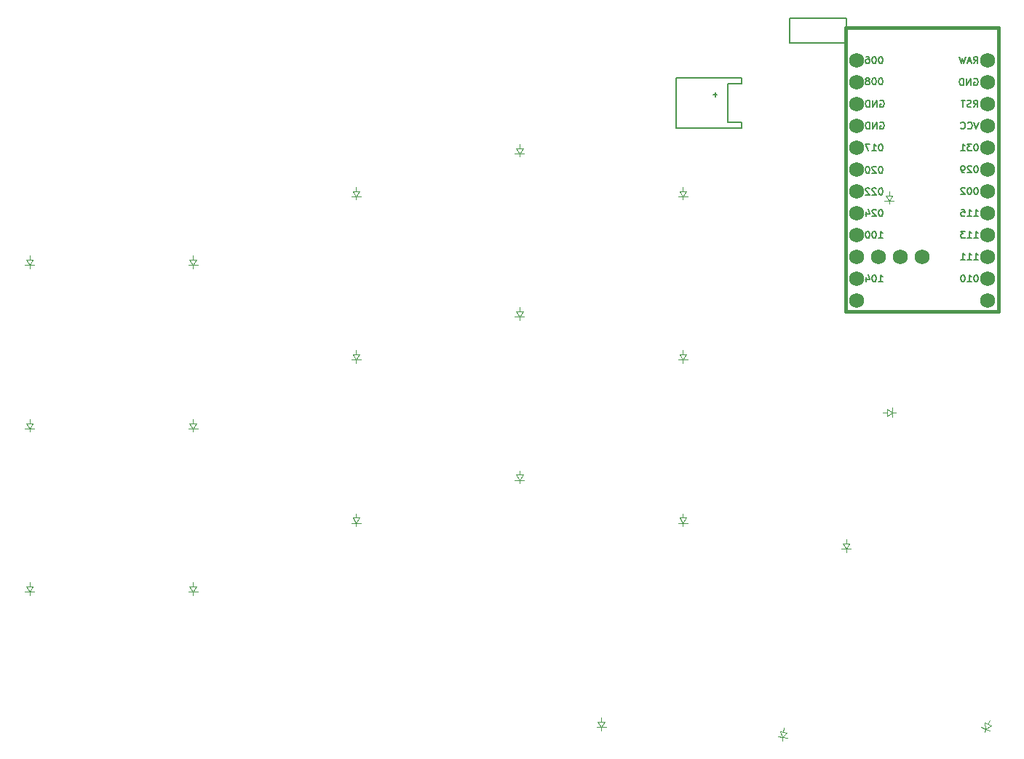
<source format=gbr>
%TF.GenerationSoftware,KiCad,Pcbnew,8.0.6*%
%TF.CreationDate,2024-12-24T11:18:05+01:00*%
%TF.ProjectId,left,6c656674-2e6b-4696-9361-645f70636258,v1.0.0*%
%TF.SameCoordinates,Original*%
%TF.FileFunction,Legend,Bot*%
%TF.FilePolarity,Positive*%
%FSLAX46Y46*%
G04 Gerber Fmt 4.6, Leading zero omitted, Abs format (unit mm)*
G04 Created by KiCad (PCBNEW 8.0.6) date 2024-12-24 11:18:05*
%MOMM*%
%LPD*%
G01*
G04 APERTURE LIST*
%ADD10C,0.150000*%
%ADD11C,0.100000*%
%ADD12C,0.381000*%
%ADD13C,1.752600*%
G04 APERTURE END LIST*
D10*
X140562809Y-102592295D02*
X140486619Y-102592295D01*
X140486619Y-102592295D02*
X140410428Y-102630390D01*
X140410428Y-102630390D02*
X140372333Y-102668485D01*
X140372333Y-102668485D02*
X140334238Y-102744676D01*
X140334238Y-102744676D02*
X140296143Y-102897057D01*
X140296143Y-102897057D02*
X140296143Y-103087533D01*
X140296143Y-103087533D02*
X140334238Y-103239914D01*
X140334238Y-103239914D02*
X140372333Y-103316104D01*
X140372333Y-103316104D02*
X140410428Y-103354200D01*
X140410428Y-103354200D02*
X140486619Y-103392295D01*
X140486619Y-103392295D02*
X140562809Y-103392295D01*
X140562809Y-103392295D02*
X140639000Y-103354200D01*
X140639000Y-103354200D02*
X140677095Y-103316104D01*
X140677095Y-103316104D02*
X140715190Y-103239914D01*
X140715190Y-103239914D02*
X140753286Y-103087533D01*
X140753286Y-103087533D02*
X140753286Y-102897057D01*
X140753286Y-102897057D02*
X140715190Y-102744676D01*
X140715190Y-102744676D02*
X140677095Y-102668485D01*
X140677095Y-102668485D02*
X140639000Y-102630390D01*
X140639000Y-102630390D02*
X140562809Y-102592295D01*
X139800904Y-102592295D02*
X139724714Y-102592295D01*
X139724714Y-102592295D02*
X139648523Y-102630390D01*
X139648523Y-102630390D02*
X139610428Y-102668485D01*
X139610428Y-102668485D02*
X139572333Y-102744676D01*
X139572333Y-102744676D02*
X139534238Y-102897057D01*
X139534238Y-102897057D02*
X139534238Y-103087533D01*
X139534238Y-103087533D02*
X139572333Y-103239914D01*
X139572333Y-103239914D02*
X139610428Y-103316104D01*
X139610428Y-103316104D02*
X139648523Y-103354200D01*
X139648523Y-103354200D02*
X139724714Y-103392295D01*
X139724714Y-103392295D02*
X139800904Y-103392295D01*
X139800904Y-103392295D02*
X139877095Y-103354200D01*
X139877095Y-103354200D02*
X139915190Y-103316104D01*
X139915190Y-103316104D02*
X139953285Y-103239914D01*
X139953285Y-103239914D02*
X139991381Y-103087533D01*
X139991381Y-103087533D02*
X139991381Y-102897057D01*
X139991381Y-102897057D02*
X139953285Y-102744676D01*
X139953285Y-102744676D02*
X139915190Y-102668485D01*
X139915190Y-102668485D02*
X139877095Y-102630390D01*
X139877095Y-102630390D02*
X139800904Y-102592295D01*
X138848523Y-102592295D02*
X139000904Y-102592295D01*
X139000904Y-102592295D02*
X139077095Y-102630390D01*
X139077095Y-102630390D02*
X139115190Y-102668485D01*
X139115190Y-102668485D02*
X139191380Y-102782771D01*
X139191380Y-102782771D02*
X139229476Y-102935152D01*
X139229476Y-102935152D02*
X139229476Y-103239914D01*
X139229476Y-103239914D02*
X139191380Y-103316104D01*
X139191380Y-103316104D02*
X139153285Y-103354200D01*
X139153285Y-103354200D02*
X139077095Y-103392295D01*
X139077095Y-103392295D02*
X138924714Y-103392295D01*
X138924714Y-103392295D02*
X138848523Y-103354200D01*
X138848523Y-103354200D02*
X138810428Y-103316104D01*
X138810428Y-103316104D02*
X138772333Y-103239914D01*
X138772333Y-103239914D02*
X138772333Y-103049438D01*
X138772333Y-103049438D02*
X138810428Y-102973247D01*
X138810428Y-102973247D02*
X138848523Y-102935152D01*
X138848523Y-102935152D02*
X138924714Y-102897057D01*
X138924714Y-102897057D02*
X139077095Y-102897057D01*
X139077095Y-102897057D02*
X139153285Y-102935152D01*
X139153285Y-102935152D02*
X139191380Y-102973247D01*
X139191380Y-102973247D02*
X139229476Y-103049438D01*
X151370524Y-123712295D02*
X151827667Y-123712295D01*
X151599095Y-123712295D02*
X151599095Y-122912295D01*
X151599095Y-122912295D02*
X151675286Y-123026580D01*
X151675286Y-123026580D02*
X151751476Y-123102771D01*
X151751476Y-123102771D02*
X151827667Y-123140866D01*
X150608619Y-123712295D02*
X151065762Y-123712295D01*
X150837190Y-123712295D02*
X150837190Y-122912295D01*
X150837190Y-122912295D02*
X150913381Y-123026580D01*
X150913381Y-123026580D02*
X150989571Y-123102771D01*
X150989571Y-123102771D02*
X151065762Y-123140866D01*
X150341952Y-122912295D02*
X149846714Y-122912295D01*
X149846714Y-122912295D02*
X150113380Y-123217057D01*
X150113380Y-123217057D02*
X149999095Y-123217057D01*
X149999095Y-123217057D02*
X149922904Y-123255152D01*
X149922904Y-123255152D02*
X149884809Y-123293247D01*
X149884809Y-123293247D02*
X149846714Y-123369438D01*
X149846714Y-123369438D02*
X149846714Y-123559914D01*
X149846714Y-123559914D02*
X149884809Y-123636104D01*
X149884809Y-123636104D02*
X149922904Y-123674200D01*
X149922904Y-123674200D02*
X149999095Y-123712295D01*
X149999095Y-123712295D02*
X150227666Y-123712295D01*
X150227666Y-123712295D02*
X150303857Y-123674200D01*
X150303857Y-123674200D02*
X150341952Y-123636104D01*
X151903857Y-110212295D02*
X151637190Y-111012295D01*
X151637190Y-111012295D02*
X151370524Y-110212295D01*
X150646714Y-110936104D02*
X150684810Y-110974200D01*
X150684810Y-110974200D02*
X150799095Y-111012295D01*
X150799095Y-111012295D02*
X150875286Y-111012295D01*
X150875286Y-111012295D02*
X150989572Y-110974200D01*
X150989572Y-110974200D02*
X151065762Y-110898009D01*
X151065762Y-110898009D02*
X151103857Y-110821819D01*
X151103857Y-110821819D02*
X151141953Y-110669438D01*
X151141953Y-110669438D02*
X151141953Y-110555152D01*
X151141953Y-110555152D02*
X151103857Y-110402771D01*
X151103857Y-110402771D02*
X151065762Y-110326580D01*
X151065762Y-110326580D02*
X150989572Y-110250390D01*
X150989572Y-110250390D02*
X150875286Y-110212295D01*
X150875286Y-110212295D02*
X150799095Y-110212295D01*
X150799095Y-110212295D02*
X150684810Y-110250390D01*
X150684810Y-110250390D02*
X150646714Y-110288485D01*
X149846714Y-110936104D02*
X149884810Y-110974200D01*
X149884810Y-110974200D02*
X149999095Y-111012295D01*
X149999095Y-111012295D02*
X150075286Y-111012295D01*
X150075286Y-111012295D02*
X150189572Y-110974200D01*
X150189572Y-110974200D02*
X150265762Y-110898009D01*
X150265762Y-110898009D02*
X150303857Y-110821819D01*
X150303857Y-110821819D02*
X150341953Y-110669438D01*
X150341953Y-110669438D02*
X150341953Y-110555152D01*
X150341953Y-110555152D02*
X150303857Y-110402771D01*
X150303857Y-110402771D02*
X150265762Y-110326580D01*
X150265762Y-110326580D02*
X150189572Y-110250390D01*
X150189572Y-110250390D02*
X150075286Y-110212295D01*
X150075286Y-110212295D02*
X149999095Y-110212295D01*
X149999095Y-110212295D02*
X149884810Y-110250390D01*
X149884810Y-110250390D02*
X149846714Y-110288485D01*
X151370524Y-121172295D02*
X151827667Y-121172295D01*
X151599095Y-121172295D02*
X151599095Y-120372295D01*
X151599095Y-120372295D02*
X151675286Y-120486580D01*
X151675286Y-120486580D02*
X151751476Y-120562771D01*
X151751476Y-120562771D02*
X151827667Y-120600866D01*
X150608619Y-121172295D02*
X151065762Y-121172295D01*
X150837190Y-121172295D02*
X150837190Y-120372295D01*
X150837190Y-120372295D02*
X150913381Y-120486580D01*
X150913381Y-120486580D02*
X150989571Y-120562771D01*
X150989571Y-120562771D02*
X151065762Y-120600866D01*
X149884809Y-120372295D02*
X150265761Y-120372295D01*
X150265761Y-120372295D02*
X150303857Y-120753247D01*
X150303857Y-120753247D02*
X150265761Y-120715152D01*
X150265761Y-120715152D02*
X150189571Y-120677057D01*
X150189571Y-120677057D02*
X149999095Y-120677057D01*
X149999095Y-120677057D02*
X149922904Y-120715152D01*
X149922904Y-120715152D02*
X149884809Y-120753247D01*
X149884809Y-120753247D02*
X149846714Y-120829438D01*
X149846714Y-120829438D02*
X149846714Y-121019914D01*
X149846714Y-121019914D02*
X149884809Y-121096104D01*
X149884809Y-121096104D02*
X149922904Y-121134200D01*
X149922904Y-121134200D02*
X149999095Y-121172295D01*
X149999095Y-121172295D02*
X150189571Y-121172295D01*
X150189571Y-121172295D02*
X150265761Y-121134200D01*
X150265761Y-121134200D02*
X150303857Y-121096104D01*
X140562809Y-120372295D02*
X140486619Y-120372295D01*
X140486619Y-120372295D02*
X140410428Y-120410390D01*
X140410428Y-120410390D02*
X140372333Y-120448485D01*
X140372333Y-120448485D02*
X140334238Y-120524676D01*
X140334238Y-120524676D02*
X140296143Y-120677057D01*
X140296143Y-120677057D02*
X140296143Y-120867533D01*
X140296143Y-120867533D02*
X140334238Y-121019914D01*
X140334238Y-121019914D02*
X140372333Y-121096104D01*
X140372333Y-121096104D02*
X140410428Y-121134200D01*
X140410428Y-121134200D02*
X140486619Y-121172295D01*
X140486619Y-121172295D02*
X140562809Y-121172295D01*
X140562809Y-121172295D02*
X140639000Y-121134200D01*
X140639000Y-121134200D02*
X140677095Y-121096104D01*
X140677095Y-121096104D02*
X140715190Y-121019914D01*
X140715190Y-121019914D02*
X140753286Y-120867533D01*
X140753286Y-120867533D02*
X140753286Y-120677057D01*
X140753286Y-120677057D02*
X140715190Y-120524676D01*
X140715190Y-120524676D02*
X140677095Y-120448485D01*
X140677095Y-120448485D02*
X140639000Y-120410390D01*
X140639000Y-120410390D02*
X140562809Y-120372295D01*
X139991381Y-120448485D02*
X139953285Y-120410390D01*
X139953285Y-120410390D02*
X139877095Y-120372295D01*
X139877095Y-120372295D02*
X139686619Y-120372295D01*
X139686619Y-120372295D02*
X139610428Y-120410390D01*
X139610428Y-120410390D02*
X139572333Y-120448485D01*
X139572333Y-120448485D02*
X139534238Y-120524676D01*
X139534238Y-120524676D02*
X139534238Y-120600866D01*
X139534238Y-120600866D02*
X139572333Y-120715152D01*
X139572333Y-120715152D02*
X140029476Y-121172295D01*
X140029476Y-121172295D02*
X139534238Y-121172295D01*
X138848523Y-120638961D02*
X138848523Y-121172295D01*
X139038999Y-120334200D02*
X139229476Y-120905628D01*
X139229476Y-120905628D02*
X138734237Y-120905628D01*
X140562809Y-117862295D02*
X140486619Y-117862295D01*
X140486619Y-117862295D02*
X140410428Y-117900390D01*
X140410428Y-117900390D02*
X140372333Y-117938485D01*
X140372333Y-117938485D02*
X140334238Y-118014676D01*
X140334238Y-118014676D02*
X140296143Y-118167057D01*
X140296143Y-118167057D02*
X140296143Y-118357533D01*
X140296143Y-118357533D02*
X140334238Y-118509914D01*
X140334238Y-118509914D02*
X140372333Y-118586104D01*
X140372333Y-118586104D02*
X140410428Y-118624200D01*
X140410428Y-118624200D02*
X140486619Y-118662295D01*
X140486619Y-118662295D02*
X140562809Y-118662295D01*
X140562809Y-118662295D02*
X140639000Y-118624200D01*
X140639000Y-118624200D02*
X140677095Y-118586104D01*
X140677095Y-118586104D02*
X140715190Y-118509914D01*
X140715190Y-118509914D02*
X140753286Y-118357533D01*
X140753286Y-118357533D02*
X140753286Y-118167057D01*
X140753286Y-118167057D02*
X140715190Y-118014676D01*
X140715190Y-118014676D02*
X140677095Y-117938485D01*
X140677095Y-117938485D02*
X140639000Y-117900390D01*
X140639000Y-117900390D02*
X140562809Y-117862295D01*
X139991381Y-117938485D02*
X139953285Y-117900390D01*
X139953285Y-117900390D02*
X139877095Y-117862295D01*
X139877095Y-117862295D02*
X139686619Y-117862295D01*
X139686619Y-117862295D02*
X139610428Y-117900390D01*
X139610428Y-117900390D02*
X139572333Y-117938485D01*
X139572333Y-117938485D02*
X139534238Y-118014676D01*
X139534238Y-118014676D02*
X139534238Y-118090866D01*
X139534238Y-118090866D02*
X139572333Y-118205152D01*
X139572333Y-118205152D02*
X140029476Y-118662295D01*
X140029476Y-118662295D02*
X139534238Y-118662295D01*
X139229476Y-117938485D02*
X139191380Y-117900390D01*
X139191380Y-117900390D02*
X139115190Y-117862295D01*
X139115190Y-117862295D02*
X138924714Y-117862295D01*
X138924714Y-117862295D02*
X138848523Y-117900390D01*
X138848523Y-117900390D02*
X138810428Y-117938485D01*
X138810428Y-117938485D02*
X138772333Y-118014676D01*
X138772333Y-118014676D02*
X138772333Y-118090866D01*
X138772333Y-118090866D02*
X138810428Y-118205152D01*
X138810428Y-118205152D02*
X139267571Y-118662295D01*
X139267571Y-118662295D02*
X138772333Y-118662295D01*
X140562809Y-115362295D02*
X140486619Y-115362295D01*
X140486619Y-115362295D02*
X140410428Y-115400390D01*
X140410428Y-115400390D02*
X140372333Y-115438485D01*
X140372333Y-115438485D02*
X140334238Y-115514676D01*
X140334238Y-115514676D02*
X140296143Y-115667057D01*
X140296143Y-115667057D02*
X140296143Y-115857533D01*
X140296143Y-115857533D02*
X140334238Y-116009914D01*
X140334238Y-116009914D02*
X140372333Y-116086104D01*
X140372333Y-116086104D02*
X140410428Y-116124200D01*
X140410428Y-116124200D02*
X140486619Y-116162295D01*
X140486619Y-116162295D02*
X140562809Y-116162295D01*
X140562809Y-116162295D02*
X140639000Y-116124200D01*
X140639000Y-116124200D02*
X140677095Y-116086104D01*
X140677095Y-116086104D02*
X140715190Y-116009914D01*
X140715190Y-116009914D02*
X140753286Y-115857533D01*
X140753286Y-115857533D02*
X140753286Y-115667057D01*
X140753286Y-115667057D02*
X140715190Y-115514676D01*
X140715190Y-115514676D02*
X140677095Y-115438485D01*
X140677095Y-115438485D02*
X140639000Y-115400390D01*
X140639000Y-115400390D02*
X140562809Y-115362295D01*
X139991381Y-115438485D02*
X139953285Y-115400390D01*
X139953285Y-115400390D02*
X139877095Y-115362295D01*
X139877095Y-115362295D02*
X139686619Y-115362295D01*
X139686619Y-115362295D02*
X139610428Y-115400390D01*
X139610428Y-115400390D02*
X139572333Y-115438485D01*
X139572333Y-115438485D02*
X139534238Y-115514676D01*
X139534238Y-115514676D02*
X139534238Y-115590866D01*
X139534238Y-115590866D02*
X139572333Y-115705152D01*
X139572333Y-115705152D02*
X140029476Y-116162295D01*
X140029476Y-116162295D02*
X139534238Y-116162295D01*
X139038999Y-115362295D02*
X138962809Y-115362295D01*
X138962809Y-115362295D02*
X138886618Y-115400390D01*
X138886618Y-115400390D02*
X138848523Y-115438485D01*
X138848523Y-115438485D02*
X138810428Y-115514676D01*
X138810428Y-115514676D02*
X138772333Y-115667057D01*
X138772333Y-115667057D02*
X138772333Y-115857533D01*
X138772333Y-115857533D02*
X138810428Y-116009914D01*
X138810428Y-116009914D02*
X138848523Y-116086104D01*
X138848523Y-116086104D02*
X138886618Y-116124200D01*
X138886618Y-116124200D02*
X138962809Y-116162295D01*
X138962809Y-116162295D02*
X139038999Y-116162295D01*
X139038999Y-116162295D02*
X139115190Y-116124200D01*
X139115190Y-116124200D02*
X139153285Y-116086104D01*
X139153285Y-116086104D02*
X139191380Y-116009914D01*
X139191380Y-116009914D02*
X139229476Y-115857533D01*
X139229476Y-115857533D02*
X139229476Y-115667057D01*
X139229476Y-115667057D02*
X139191380Y-115514676D01*
X139191380Y-115514676D02*
X139153285Y-115438485D01*
X139153285Y-115438485D02*
X139115190Y-115400390D01*
X139115190Y-115400390D02*
X139038999Y-115362295D01*
X151364190Y-105170390D02*
X151440380Y-105132295D01*
X151440380Y-105132295D02*
X151554666Y-105132295D01*
X151554666Y-105132295D02*
X151668952Y-105170390D01*
X151668952Y-105170390D02*
X151745142Y-105246580D01*
X151745142Y-105246580D02*
X151783237Y-105322771D01*
X151783237Y-105322771D02*
X151821333Y-105475152D01*
X151821333Y-105475152D02*
X151821333Y-105589438D01*
X151821333Y-105589438D02*
X151783237Y-105741819D01*
X151783237Y-105741819D02*
X151745142Y-105818009D01*
X151745142Y-105818009D02*
X151668952Y-105894200D01*
X151668952Y-105894200D02*
X151554666Y-105932295D01*
X151554666Y-105932295D02*
X151478475Y-105932295D01*
X151478475Y-105932295D02*
X151364190Y-105894200D01*
X151364190Y-105894200D02*
X151326094Y-105856104D01*
X151326094Y-105856104D02*
X151326094Y-105589438D01*
X151326094Y-105589438D02*
X151478475Y-105589438D01*
X150983237Y-105932295D02*
X150983237Y-105132295D01*
X150983237Y-105132295D02*
X150526094Y-105932295D01*
X150526094Y-105932295D02*
X150526094Y-105132295D01*
X150145142Y-105932295D02*
X150145142Y-105132295D01*
X150145142Y-105132295D02*
X149954666Y-105132295D01*
X149954666Y-105132295D02*
X149840380Y-105170390D01*
X149840380Y-105170390D02*
X149764190Y-105246580D01*
X149764190Y-105246580D02*
X149726095Y-105322771D01*
X149726095Y-105322771D02*
X149687999Y-105475152D01*
X149687999Y-105475152D02*
X149687999Y-105589438D01*
X149687999Y-105589438D02*
X149726095Y-105741819D01*
X149726095Y-105741819D02*
X149764190Y-105818009D01*
X149764190Y-105818009D02*
X149840380Y-105894200D01*
X149840380Y-105894200D02*
X149954666Y-105932295D01*
X149954666Y-105932295D02*
X150145142Y-105932295D01*
X140562809Y-105062295D02*
X140486619Y-105062295D01*
X140486619Y-105062295D02*
X140410428Y-105100390D01*
X140410428Y-105100390D02*
X140372333Y-105138485D01*
X140372333Y-105138485D02*
X140334238Y-105214676D01*
X140334238Y-105214676D02*
X140296143Y-105367057D01*
X140296143Y-105367057D02*
X140296143Y-105557533D01*
X140296143Y-105557533D02*
X140334238Y-105709914D01*
X140334238Y-105709914D02*
X140372333Y-105786104D01*
X140372333Y-105786104D02*
X140410428Y-105824200D01*
X140410428Y-105824200D02*
X140486619Y-105862295D01*
X140486619Y-105862295D02*
X140562809Y-105862295D01*
X140562809Y-105862295D02*
X140639000Y-105824200D01*
X140639000Y-105824200D02*
X140677095Y-105786104D01*
X140677095Y-105786104D02*
X140715190Y-105709914D01*
X140715190Y-105709914D02*
X140753286Y-105557533D01*
X140753286Y-105557533D02*
X140753286Y-105367057D01*
X140753286Y-105367057D02*
X140715190Y-105214676D01*
X140715190Y-105214676D02*
X140677095Y-105138485D01*
X140677095Y-105138485D02*
X140639000Y-105100390D01*
X140639000Y-105100390D02*
X140562809Y-105062295D01*
X139800904Y-105062295D02*
X139724714Y-105062295D01*
X139724714Y-105062295D02*
X139648523Y-105100390D01*
X139648523Y-105100390D02*
X139610428Y-105138485D01*
X139610428Y-105138485D02*
X139572333Y-105214676D01*
X139572333Y-105214676D02*
X139534238Y-105367057D01*
X139534238Y-105367057D02*
X139534238Y-105557533D01*
X139534238Y-105557533D02*
X139572333Y-105709914D01*
X139572333Y-105709914D02*
X139610428Y-105786104D01*
X139610428Y-105786104D02*
X139648523Y-105824200D01*
X139648523Y-105824200D02*
X139724714Y-105862295D01*
X139724714Y-105862295D02*
X139800904Y-105862295D01*
X139800904Y-105862295D02*
X139877095Y-105824200D01*
X139877095Y-105824200D02*
X139915190Y-105786104D01*
X139915190Y-105786104D02*
X139953285Y-105709914D01*
X139953285Y-105709914D02*
X139991381Y-105557533D01*
X139991381Y-105557533D02*
X139991381Y-105367057D01*
X139991381Y-105367057D02*
X139953285Y-105214676D01*
X139953285Y-105214676D02*
X139915190Y-105138485D01*
X139915190Y-105138485D02*
X139877095Y-105100390D01*
X139877095Y-105100390D02*
X139800904Y-105062295D01*
X139077095Y-105405152D02*
X139153285Y-105367057D01*
X139153285Y-105367057D02*
X139191380Y-105328961D01*
X139191380Y-105328961D02*
X139229476Y-105252771D01*
X139229476Y-105252771D02*
X139229476Y-105214676D01*
X139229476Y-105214676D02*
X139191380Y-105138485D01*
X139191380Y-105138485D02*
X139153285Y-105100390D01*
X139153285Y-105100390D02*
X139077095Y-105062295D01*
X139077095Y-105062295D02*
X138924714Y-105062295D01*
X138924714Y-105062295D02*
X138848523Y-105100390D01*
X138848523Y-105100390D02*
X138810428Y-105138485D01*
X138810428Y-105138485D02*
X138772333Y-105214676D01*
X138772333Y-105214676D02*
X138772333Y-105252771D01*
X138772333Y-105252771D02*
X138810428Y-105328961D01*
X138810428Y-105328961D02*
X138848523Y-105367057D01*
X138848523Y-105367057D02*
X138924714Y-105405152D01*
X138924714Y-105405152D02*
X139077095Y-105405152D01*
X139077095Y-105405152D02*
X139153285Y-105443247D01*
X139153285Y-105443247D02*
X139191380Y-105481342D01*
X139191380Y-105481342D02*
X139229476Y-105557533D01*
X139229476Y-105557533D02*
X139229476Y-105709914D01*
X139229476Y-105709914D02*
X139191380Y-105786104D01*
X139191380Y-105786104D02*
X139153285Y-105824200D01*
X139153285Y-105824200D02*
X139077095Y-105862295D01*
X139077095Y-105862295D02*
X138924714Y-105862295D01*
X138924714Y-105862295D02*
X138848523Y-105824200D01*
X138848523Y-105824200D02*
X138810428Y-105786104D01*
X138810428Y-105786104D02*
X138772333Y-105709914D01*
X138772333Y-105709914D02*
X138772333Y-105557533D01*
X138772333Y-105557533D02*
X138810428Y-105481342D01*
X138810428Y-105481342D02*
X138848523Y-105443247D01*
X138848523Y-105443247D02*
X138924714Y-105405152D01*
X151637190Y-115292295D02*
X151561000Y-115292295D01*
X151561000Y-115292295D02*
X151484809Y-115330390D01*
X151484809Y-115330390D02*
X151446714Y-115368485D01*
X151446714Y-115368485D02*
X151408619Y-115444676D01*
X151408619Y-115444676D02*
X151370524Y-115597057D01*
X151370524Y-115597057D02*
X151370524Y-115787533D01*
X151370524Y-115787533D02*
X151408619Y-115939914D01*
X151408619Y-115939914D02*
X151446714Y-116016104D01*
X151446714Y-116016104D02*
X151484809Y-116054200D01*
X151484809Y-116054200D02*
X151561000Y-116092295D01*
X151561000Y-116092295D02*
X151637190Y-116092295D01*
X151637190Y-116092295D02*
X151713381Y-116054200D01*
X151713381Y-116054200D02*
X151751476Y-116016104D01*
X151751476Y-116016104D02*
X151789571Y-115939914D01*
X151789571Y-115939914D02*
X151827667Y-115787533D01*
X151827667Y-115787533D02*
X151827667Y-115597057D01*
X151827667Y-115597057D02*
X151789571Y-115444676D01*
X151789571Y-115444676D02*
X151751476Y-115368485D01*
X151751476Y-115368485D02*
X151713381Y-115330390D01*
X151713381Y-115330390D02*
X151637190Y-115292295D01*
X151065762Y-115368485D02*
X151027666Y-115330390D01*
X151027666Y-115330390D02*
X150951476Y-115292295D01*
X150951476Y-115292295D02*
X150761000Y-115292295D01*
X150761000Y-115292295D02*
X150684809Y-115330390D01*
X150684809Y-115330390D02*
X150646714Y-115368485D01*
X150646714Y-115368485D02*
X150608619Y-115444676D01*
X150608619Y-115444676D02*
X150608619Y-115520866D01*
X150608619Y-115520866D02*
X150646714Y-115635152D01*
X150646714Y-115635152D02*
X151103857Y-116092295D01*
X151103857Y-116092295D02*
X150608619Y-116092295D01*
X150227666Y-116092295D02*
X150075285Y-116092295D01*
X150075285Y-116092295D02*
X149999095Y-116054200D01*
X149999095Y-116054200D02*
X149960999Y-116016104D01*
X149960999Y-116016104D02*
X149884809Y-115901819D01*
X149884809Y-115901819D02*
X149846714Y-115749438D01*
X149846714Y-115749438D02*
X149846714Y-115444676D01*
X149846714Y-115444676D02*
X149884809Y-115368485D01*
X149884809Y-115368485D02*
X149922904Y-115330390D01*
X149922904Y-115330390D02*
X149999095Y-115292295D01*
X149999095Y-115292295D02*
X150151476Y-115292295D01*
X150151476Y-115292295D02*
X150227666Y-115330390D01*
X150227666Y-115330390D02*
X150265761Y-115368485D01*
X150265761Y-115368485D02*
X150303857Y-115444676D01*
X150303857Y-115444676D02*
X150303857Y-115635152D01*
X150303857Y-115635152D02*
X150265761Y-115711342D01*
X150265761Y-115711342D02*
X150227666Y-115749438D01*
X150227666Y-115749438D02*
X150151476Y-115787533D01*
X150151476Y-115787533D02*
X149999095Y-115787533D01*
X149999095Y-115787533D02*
X149922904Y-115749438D01*
X149922904Y-115749438D02*
X149884809Y-115711342D01*
X149884809Y-115711342D02*
X149846714Y-115635152D01*
X151637190Y-117832295D02*
X151561000Y-117832295D01*
X151561000Y-117832295D02*
X151484809Y-117870390D01*
X151484809Y-117870390D02*
X151446714Y-117908485D01*
X151446714Y-117908485D02*
X151408619Y-117984676D01*
X151408619Y-117984676D02*
X151370524Y-118137057D01*
X151370524Y-118137057D02*
X151370524Y-118327533D01*
X151370524Y-118327533D02*
X151408619Y-118479914D01*
X151408619Y-118479914D02*
X151446714Y-118556104D01*
X151446714Y-118556104D02*
X151484809Y-118594200D01*
X151484809Y-118594200D02*
X151561000Y-118632295D01*
X151561000Y-118632295D02*
X151637190Y-118632295D01*
X151637190Y-118632295D02*
X151713381Y-118594200D01*
X151713381Y-118594200D02*
X151751476Y-118556104D01*
X151751476Y-118556104D02*
X151789571Y-118479914D01*
X151789571Y-118479914D02*
X151827667Y-118327533D01*
X151827667Y-118327533D02*
X151827667Y-118137057D01*
X151827667Y-118137057D02*
X151789571Y-117984676D01*
X151789571Y-117984676D02*
X151751476Y-117908485D01*
X151751476Y-117908485D02*
X151713381Y-117870390D01*
X151713381Y-117870390D02*
X151637190Y-117832295D01*
X150875285Y-117832295D02*
X150799095Y-117832295D01*
X150799095Y-117832295D02*
X150722904Y-117870390D01*
X150722904Y-117870390D02*
X150684809Y-117908485D01*
X150684809Y-117908485D02*
X150646714Y-117984676D01*
X150646714Y-117984676D02*
X150608619Y-118137057D01*
X150608619Y-118137057D02*
X150608619Y-118327533D01*
X150608619Y-118327533D02*
X150646714Y-118479914D01*
X150646714Y-118479914D02*
X150684809Y-118556104D01*
X150684809Y-118556104D02*
X150722904Y-118594200D01*
X150722904Y-118594200D02*
X150799095Y-118632295D01*
X150799095Y-118632295D02*
X150875285Y-118632295D01*
X150875285Y-118632295D02*
X150951476Y-118594200D01*
X150951476Y-118594200D02*
X150989571Y-118556104D01*
X150989571Y-118556104D02*
X151027666Y-118479914D01*
X151027666Y-118479914D02*
X151065762Y-118327533D01*
X151065762Y-118327533D02*
X151065762Y-118137057D01*
X151065762Y-118137057D02*
X151027666Y-117984676D01*
X151027666Y-117984676D02*
X150989571Y-117908485D01*
X150989571Y-117908485D02*
X150951476Y-117870390D01*
X150951476Y-117870390D02*
X150875285Y-117832295D01*
X150303857Y-117908485D02*
X150265761Y-117870390D01*
X150265761Y-117870390D02*
X150189571Y-117832295D01*
X150189571Y-117832295D02*
X149999095Y-117832295D01*
X149999095Y-117832295D02*
X149922904Y-117870390D01*
X149922904Y-117870390D02*
X149884809Y-117908485D01*
X149884809Y-117908485D02*
X149846714Y-117984676D01*
X149846714Y-117984676D02*
X149846714Y-118060866D01*
X149846714Y-118060866D02*
X149884809Y-118175152D01*
X149884809Y-118175152D02*
X150341952Y-118632295D01*
X150341952Y-118632295D02*
X149846714Y-118632295D01*
X151326095Y-103392295D02*
X151592762Y-103011342D01*
X151783238Y-103392295D02*
X151783238Y-102592295D01*
X151783238Y-102592295D02*
X151478476Y-102592295D01*
X151478476Y-102592295D02*
X151402286Y-102630390D01*
X151402286Y-102630390D02*
X151364191Y-102668485D01*
X151364191Y-102668485D02*
X151326095Y-102744676D01*
X151326095Y-102744676D02*
X151326095Y-102858961D01*
X151326095Y-102858961D02*
X151364191Y-102935152D01*
X151364191Y-102935152D02*
X151402286Y-102973247D01*
X151402286Y-102973247D02*
X151478476Y-103011342D01*
X151478476Y-103011342D02*
X151783238Y-103011342D01*
X151021334Y-103163723D02*
X150640381Y-103163723D01*
X151097524Y-103392295D02*
X150830857Y-102592295D01*
X150830857Y-102592295D02*
X150564191Y-103392295D01*
X150373715Y-102592295D02*
X150183239Y-103392295D01*
X150183239Y-103392295D02*
X150030858Y-102820866D01*
X150030858Y-102820866D02*
X149878477Y-103392295D01*
X149878477Y-103392295D02*
X149688001Y-102592295D01*
X140296143Y-128792295D02*
X140753286Y-128792295D01*
X140524714Y-128792295D02*
X140524714Y-127992295D01*
X140524714Y-127992295D02*
X140600905Y-128106580D01*
X140600905Y-128106580D02*
X140677095Y-128182771D01*
X140677095Y-128182771D02*
X140753286Y-128220866D01*
X139800904Y-127992295D02*
X139724714Y-127992295D01*
X139724714Y-127992295D02*
X139648523Y-128030390D01*
X139648523Y-128030390D02*
X139610428Y-128068485D01*
X139610428Y-128068485D02*
X139572333Y-128144676D01*
X139572333Y-128144676D02*
X139534238Y-128297057D01*
X139534238Y-128297057D02*
X139534238Y-128487533D01*
X139534238Y-128487533D02*
X139572333Y-128639914D01*
X139572333Y-128639914D02*
X139610428Y-128716104D01*
X139610428Y-128716104D02*
X139648523Y-128754200D01*
X139648523Y-128754200D02*
X139724714Y-128792295D01*
X139724714Y-128792295D02*
X139800904Y-128792295D01*
X139800904Y-128792295D02*
X139877095Y-128754200D01*
X139877095Y-128754200D02*
X139915190Y-128716104D01*
X139915190Y-128716104D02*
X139953285Y-128639914D01*
X139953285Y-128639914D02*
X139991381Y-128487533D01*
X139991381Y-128487533D02*
X139991381Y-128297057D01*
X139991381Y-128297057D02*
X139953285Y-128144676D01*
X139953285Y-128144676D02*
X139915190Y-128068485D01*
X139915190Y-128068485D02*
X139877095Y-128030390D01*
X139877095Y-128030390D02*
X139800904Y-127992295D01*
X138848523Y-128258961D02*
X138848523Y-128792295D01*
X139038999Y-127954200D02*
X139229476Y-128525628D01*
X139229476Y-128525628D02*
X138734237Y-128525628D01*
X140296143Y-123712295D02*
X140753286Y-123712295D01*
X140524714Y-123712295D02*
X140524714Y-122912295D01*
X140524714Y-122912295D02*
X140600905Y-123026580D01*
X140600905Y-123026580D02*
X140677095Y-123102771D01*
X140677095Y-123102771D02*
X140753286Y-123140866D01*
X139800904Y-122912295D02*
X139724714Y-122912295D01*
X139724714Y-122912295D02*
X139648523Y-122950390D01*
X139648523Y-122950390D02*
X139610428Y-122988485D01*
X139610428Y-122988485D02*
X139572333Y-123064676D01*
X139572333Y-123064676D02*
X139534238Y-123217057D01*
X139534238Y-123217057D02*
X139534238Y-123407533D01*
X139534238Y-123407533D02*
X139572333Y-123559914D01*
X139572333Y-123559914D02*
X139610428Y-123636104D01*
X139610428Y-123636104D02*
X139648523Y-123674200D01*
X139648523Y-123674200D02*
X139724714Y-123712295D01*
X139724714Y-123712295D02*
X139800904Y-123712295D01*
X139800904Y-123712295D02*
X139877095Y-123674200D01*
X139877095Y-123674200D02*
X139915190Y-123636104D01*
X139915190Y-123636104D02*
X139953285Y-123559914D01*
X139953285Y-123559914D02*
X139991381Y-123407533D01*
X139991381Y-123407533D02*
X139991381Y-123217057D01*
X139991381Y-123217057D02*
X139953285Y-123064676D01*
X139953285Y-123064676D02*
X139915190Y-122988485D01*
X139915190Y-122988485D02*
X139877095Y-122950390D01*
X139877095Y-122950390D02*
X139800904Y-122912295D01*
X139038999Y-122912295D02*
X138962809Y-122912295D01*
X138962809Y-122912295D02*
X138886618Y-122950390D01*
X138886618Y-122950390D02*
X138848523Y-122988485D01*
X138848523Y-122988485D02*
X138810428Y-123064676D01*
X138810428Y-123064676D02*
X138772333Y-123217057D01*
X138772333Y-123217057D02*
X138772333Y-123407533D01*
X138772333Y-123407533D02*
X138810428Y-123559914D01*
X138810428Y-123559914D02*
X138848523Y-123636104D01*
X138848523Y-123636104D02*
X138886618Y-123674200D01*
X138886618Y-123674200D02*
X138962809Y-123712295D01*
X138962809Y-123712295D02*
X139038999Y-123712295D01*
X139038999Y-123712295D02*
X139115190Y-123674200D01*
X139115190Y-123674200D02*
X139153285Y-123636104D01*
X139153285Y-123636104D02*
X139191380Y-123559914D01*
X139191380Y-123559914D02*
X139229476Y-123407533D01*
X139229476Y-123407533D02*
X139229476Y-123217057D01*
X139229476Y-123217057D02*
X139191380Y-123064676D01*
X139191380Y-123064676D02*
X139153285Y-122988485D01*
X139153285Y-122988485D02*
X139115190Y-122950390D01*
X139115190Y-122950390D02*
X139038999Y-122912295D01*
X151637190Y-112752295D02*
X151561000Y-112752295D01*
X151561000Y-112752295D02*
X151484809Y-112790390D01*
X151484809Y-112790390D02*
X151446714Y-112828485D01*
X151446714Y-112828485D02*
X151408619Y-112904676D01*
X151408619Y-112904676D02*
X151370524Y-113057057D01*
X151370524Y-113057057D02*
X151370524Y-113247533D01*
X151370524Y-113247533D02*
X151408619Y-113399914D01*
X151408619Y-113399914D02*
X151446714Y-113476104D01*
X151446714Y-113476104D02*
X151484809Y-113514200D01*
X151484809Y-113514200D02*
X151561000Y-113552295D01*
X151561000Y-113552295D02*
X151637190Y-113552295D01*
X151637190Y-113552295D02*
X151713381Y-113514200D01*
X151713381Y-113514200D02*
X151751476Y-113476104D01*
X151751476Y-113476104D02*
X151789571Y-113399914D01*
X151789571Y-113399914D02*
X151827667Y-113247533D01*
X151827667Y-113247533D02*
X151827667Y-113057057D01*
X151827667Y-113057057D02*
X151789571Y-112904676D01*
X151789571Y-112904676D02*
X151751476Y-112828485D01*
X151751476Y-112828485D02*
X151713381Y-112790390D01*
X151713381Y-112790390D02*
X151637190Y-112752295D01*
X151103857Y-112752295D02*
X150608619Y-112752295D01*
X150608619Y-112752295D02*
X150875285Y-113057057D01*
X150875285Y-113057057D02*
X150761000Y-113057057D01*
X150761000Y-113057057D02*
X150684809Y-113095152D01*
X150684809Y-113095152D02*
X150646714Y-113133247D01*
X150646714Y-113133247D02*
X150608619Y-113209438D01*
X150608619Y-113209438D02*
X150608619Y-113399914D01*
X150608619Y-113399914D02*
X150646714Y-113476104D01*
X150646714Y-113476104D02*
X150684809Y-113514200D01*
X150684809Y-113514200D02*
X150761000Y-113552295D01*
X150761000Y-113552295D02*
X150989571Y-113552295D01*
X150989571Y-113552295D02*
X151065762Y-113514200D01*
X151065762Y-113514200D02*
X151103857Y-113476104D01*
X149846714Y-113552295D02*
X150303857Y-113552295D01*
X150075285Y-113552295D02*
X150075285Y-112752295D01*
X150075285Y-112752295D02*
X150151476Y-112866580D01*
X150151476Y-112866580D02*
X150227666Y-112942771D01*
X150227666Y-112942771D02*
X150303857Y-112980866D01*
X151370524Y-126252295D02*
X151827667Y-126252295D01*
X151599095Y-126252295D02*
X151599095Y-125452295D01*
X151599095Y-125452295D02*
X151675286Y-125566580D01*
X151675286Y-125566580D02*
X151751476Y-125642771D01*
X151751476Y-125642771D02*
X151827667Y-125680866D01*
X150608619Y-126252295D02*
X151065762Y-126252295D01*
X150837190Y-126252295D02*
X150837190Y-125452295D01*
X150837190Y-125452295D02*
X150913381Y-125566580D01*
X150913381Y-125566580D02*
X150989571Y-125642771D01*
X150989571Y-125642771D02*
X151065762Y-125680866D01*
X149846714Y-126252295D02*
X150303857Y-126252295D01*
X150075285Y-126252295D02*
X150075285Y-125452295D01*
X150075285Y-125452295D02*
X150151476Y-125566580D01*
X150151476Y-125566580D02*
X150227666Y-125642771D01*
X150227666Y-125642771D02*
X150303857Y-125680866D01*
X140448523Y-107710390D02*
X140524713Y-107672295D01*
X140524713Y-107672295D02*
X140638999Y-107672295D01*
X140638999Y-107672295D02*
X140753285Y-107710390D01*
X140753285Y-107710390D02*
X140829475Y-107786580D01*
X140829475Y-107786580D02*
X140867570Y-107862771D01*
X140867570Y-107862771D02*
X140905666Y-108015152D01*
X140905666Y-108015152D02*
X140905666Y-108129438D01*
X140905666Y-108129438D02*
X140867570Y-108281819D01*
X140867570Y-108281819D02*
X140829475Y-108358009D01*
X140829475Y-108358009D02*
X140753285Y-108434200D01*
X140753285Y-108434200D02*
X140638999Y-108472295D01*
X140638999Y-108472295D02*
X140562808Y-108472295D01*
X140562808Y-108472295D02*
X140448523Y-108434200D01*
X140448523Y-108434200D02*
X140410427Y-108396104D01*
X140410427Y-108396104D02*
X140410427Y-108129438D01*
X140410427Y-108129438D02*
X140562808Y-108129438D01*
X140067570Y-108472295D02*
X140067570Y-107672295D01*
X140067570Y-107672295D02*
X139610427Y-108472295D01*
X139610427Y-108472295D02*
X139610427Y-107672295D01*
X139229475Y-108472295D02*
X139229475Y-107672295D01*
X139229475Y-107672295D02*
X139038999Y-107672295D01*
X139038999Y-107672295D02*
X138924713Y-107710390D01*
X138924713Y-107710390D02*
X138848523Y-107786580D01*
X138848523Y-107786580D02*
X138810428Y-107862771D01*
X138810428Y-107862771D02*
X138772332Y-108015152D01*
X138772332Y-108015152D02*
X138772332Y-108129438D01*
X138772332Y-108129438D02*
X138810428Y-108281819D01*
X138810428Y-108281819D02*
X138848523Y-108358009D01*
X138848523Y-108358009D02*
X138924713Y-108434200D01*
X138924713Y-108434200D02*
X139038999Y-108472295D01*
X139038999Y-108472295D02*
X139229475Y-108472295D01*
X151637190Y-127992295D02*
X151561000Y-127992295D01*
X151561000Y-127992295D02*
X151484809Y-128030390D01*
X151484809Y-128030390D02*
X151446714Y-128068485D01*
X151446714Y-128068485D02*
X151408619Y-128144676D01*
X151408619Y-128144676D02*
X151370524Y-128297057D01*
X151370524Y-128297057D02*
X151370524Y-128487533D01*
X151370524Y-128487533D02*
X151408619Y-128639914D01*
X151408619Y-128639914D02*
X151446714Y-128716104D01*
X151446714Y-128716104D02*
X151484809Y-128754200D01*
X151484809Y-128754200D02*
X151561000Y-128792295D01*
X151561000Y-128792295D02*
X151637190Y-128792295D01*
X151637190Y-128792295D02*
X151713381Y-128754200D01*
X151713381Y-128754200D02*
X151751476Y-128716104D01*
X151751476Y-128716104D02*
X151789571Y-128639914D01*
X151789571Y-128639914D02*
X151827667Y-128487533D01*
X151827667Y-128487533D02*
X151827667Y-128297057D01*
X151827667Y-128297057D02*
X151789571Y-128144676D01*
X151789571Y-128144676D02*
X151751476Y-128068485D01*
X151751476Y-128068485D02*
X151713381Y-128030390D01*
X151713381Y-128030390D02*
X151637190Y-127992295D01*
X150608619Y-128792295D02*
X151065762Y-128792295D01*
X150837190Y-128792295D02*
X150837190Y-127992295D01*
X150837190Y-127992295D02*
X150913381Y-128106580D01*
X150913381Y-128106580D02*
X150989571Y-128182771D01*
X150989571Y-128182771D02*
X151065762Y-128220866D01*
X150113380Y-127992295D02*
X150037190Y-127992295D01*
X150037190Y-127992295D02*
X149960999Y-128030390D01*
X149960999Y-128030390D02*
X149922904Y-128068485D01*
X149922904Y-128068485D02*
X149884809Y-128144676D01*
X149884809Y-128144676D02*
X149846714Y-128297057D01*
X149846714Y-128297057D02*
X149846714Y-128487533D01*
X149846714Y-128487533D02*
X149884809Y-128639914D01*
X149884809Y-128639914D02*
X149922904Y-128716104D01*
X149922904Y-128716104D02*
X149960999Y-128754200D01*
X149960999Y-128754200D02*
X150037190Y-128792295D01*
X150037190Y-128792295D02*
X150113380Y-128792295D01*
X150113380Y-128792295D02*
X150189571Y-128754200D01*
X150189571Y-128754200D02*
X150227666Y-128716104D01*
X150227666Y-128716104D02*
X150265761Y-128639914D01*
X150265761Y-128639914D02*
X150303857Y-128487533D01*
X150303857Y-128487533D02*
X150303857Y-128297057D01*
X150303857Y-128297057D02*
X150265761Y-128144676D01*
X150265761Y-128144676D02*
X150227666Y-128068485D01*
X150227666Y-128068485D02*
X150189571Y-128030390D01*
X150189571Y-128030390D02*
X150113380Y-127992295D01*
X151326094Y-108472295D02*
X151592761Y-108091342D01*
X151783237Y-108472295D02*
X151783237Y-107672295D01*
X151783237Y-107672295D02*
X151478475Y-107672295D01*
X151478475Y-107672295D02*
X151402285Y-107710390D01*
X151402285Y-107710390D02*
X151364190Y-107748485D01*
X151364190Y-107748485D02*
X151326094Y-107824676D01*
X151326094Y-107824676D02*
X151326094Y-107938961D01*
X151326094Y-107938961D02*
X151364190Y-108015152D01*
X151364190Y-108015152D02*
X151402285Y-108053247D01*
X151402285Y-108053247D02*
X151478475Y-108091342D01*
X151478475Y-108091342D02*
X151783237Y-108091342D01*
X151021333Y-108434200D02*
X150907047Y-108472295D01*
X150907047Y-108472295D02*
X150716571Y-108472295D01*
X150716571Y-108472295D02*
X150640380Y-108434200D01*
X150640380Y-108434200D02*
X150602285Y-108396104D01*
X150602285Y-108396104D02*
X150564190Y-108319914D01*
X150564190Y-108319914D02*
X150564190Y-108243723D01*
X150564190Y-108243723D02*
X150602285Y-108167533D01*
X150602285Y-108167533D02*
X150640380Y-108129438D01*
X150640380Y-108129438D02*
X150716571Y-108091342D01*
X150716571Y-108091342D02*
X150868952Y-108053247D01*
X150868952Y-108053247D02*
X150945142Y-108015152D01*
X150945142Y-108015152D02*
X150983237Y-107977057D01*
X150983237Y-107977057D02*
X151021333Y-107900866D01*
X151021333Y-107900866D02*
X151021333Y-107824676D01*
X151021333Y-107824676D02*
X150983237Y-107748485D01*
X150983237Y-107748485D02*
X150945142Y-107710390D01*
X150945142Y-107710390D02*
X150868952Y-107672295D01*
X150868952Y-107672295D02*
X150678475Y-107672295D01*
X150678475Y-107672295D02*
X150564190Y-107710390D01*
X150335618Y-107672295D02*
X149878475Y-107672295D01*
X150107047Y-108472295D02*
X150107047Y-107672295D01*
X140448523Y-110250390D02*
X140524713Y-110212295D01*
X140524713Y-110212295D02*
X140638999Y-110212295D01*
X140638999Y-110212295D02*
X140753285Y-110250390D01*
X140753285Y-110250390D02*
X140829475Y-110326580D01*
X140829475Y-110326580D02*
X140867570Y-110402771D01*
X140867570Y-110402771D02*
X140905666Y-110555152D01*
X140905666Y-110555152D02*
X140905666Y-110669438D01*
X140905666Y-110669438D02*
X140867570Y-110821819D01*
X140867570Y-110821819D02*
X140829475Y-110898009D01*
X140829475Y-110898009D02*
X140753285Y-110974200D01*
X140753285Y-110974200D02*
X140638999Y-111012295D01*
X140638999Y-111012295D02*
X140562808Y-111012295D01*
X140562808Y-111012295D02*
X140448523Y-110974200D01*
X140448523Y-110974200D02*
X140410427Y-110936104D01*
X140410427Y-110936104D02*
X140410427Y-110669438D01*
X140410427Y-110669438D02*
X140562808Y-110669438D01*
X140067570Y-111012295D02*
X140067570Y-110212295D01*
X140067570Y-110212295D02*
X139610427Y-111012295D01*
X139610427Y-111012295D02*
X139610427Y-110212295D01*
X139229475Y-111012295D02*
X139229475Y-110212295D01*
X139229475Y-110212295D02*
X139038999Y-110212295D01*
X139038999Y-110212295D02*
X138924713Y-110250390D01*
X138924713Y-110250390D02*
X138848523Y-110326580D01*
X138848523Y-110326580D02*
X138810428Y-110402771D01*
X138810428Y-110402771D02*
X138772332Y-110555152D01*
X138772332Y-110555152D02*
X138772332Y-110669438D01*
X138772332Y-110669438D02*
X138810428Y-110821819D01*
X138810428Y-110821819D02*
X138848523Y-110898009D01*
X138848523Y-110898009D02*
X138924713Y-110974200D01*
X138924713Y-110974200D02*
X139038999Y-111012295D01*
X139038999Y-111012295D02*
X139229475Y-111012295D01*
X140562809Y-112762295D02*
X140486619Y-112762295D01*
X140486619Y-112762295D02*
X140410428Y-112800390D01*
X140410428Y-112800390D02*
X140372333Y-112838485D01*
X140372333Y-112838485D02*
X140334238Y-112914676D01*
X140334238Y-112914676D02*
X140296143Y-113067057D01*
X140296143Y-113067057D02*
X140296143Y-113257533D01*
X140296143Y-113257533D02*
X140334238Y-113409914D01*
X140334238Y-113409914D02*
X140372333Y-113486104D01*
X140372333Y-113486104D02*
X140410428Y-113524200D01*
X140410428Y-113524200D02*
X140486619Y-113562295D01*
X140486619Y-113562295D02*
X140562809Y-113562295D01*
X140562809Y-113562295D02*
X140639000Y-113524200D01*
X140639000Y-113524200D02*
X140677095Y-113486104D01*
X140677095Y-113486104D02*
X140715190Y-113409914D01*
X140715190Y-113409914D02*
X140753286Y-113257533D01*
X140753286Y-113257533D02*
X140753286Y-113067057D01*
X140753286Y-113067057D02*
X140715190Y-112914676D01*
X140715190Y-112914676D02*
X140677095Y-112838485D01*
X140677095Y-112838485D02*
X140639000Y-112800390D01*
X140639000Y-112800390D02*
X140562809Y-112762295D01*
X139534238Y-113562295D02*
X139991381Y-113562295D01*
X139762809Y-113562295D02*
X139762809Y-112762295D01*
X139762809Y-112762295D02*
X139839000Y-112876580D01*
X139839000Y-112876580D02*
X139915190Y-112952771D01*
X139915190Y-112952771D02*
X139991381Y-112990866D01*
X139267571Y-112762295D02*
X138734237Y-112762295D01*
X138734237Y-112762295D02*
X139077095Y-113562295D01*
%TO.C,T1*%
X129950000Y-98150000D02*
X129950000Y-101000000D01*
X129950000Y-101000000D02*
X136550000Y-101000000D01*
X133250000Y-98150000D02*
X129950000Y-98150000D01*
X133250000Y-98150000D02*
X136550000Y-98150000D01*
X135200000Y-98150000D02*
X131300000Y-98150000D01*
X136550000Y-101000000D02*
X136550000Y-98150000D01*
D11*
%TO.C,D4*%
X60100000Y-164250000D02*
X60900000Y-164250000D01*
X60500000Y-164250000D02*
X60500000Y-163750000D01*
X60500000Y-164850000D02*
X59950000Y-164850000D01*
X60500000Y-164850000D02*
X60100000Y-164250000D01*
X60500000Y-164850000D02*
X61050000Y-164850000D01*
X60500000Y-165250000D02*
X60500000Y-164850000D01*
X60900000Y-164250000D02*
X60500000Y-164850000D01*
%TO.C,D5*%
X60100000Y-145250000D02*
X60900000Y-145250000D01*
X60500000Y-145250000D02*
X60500000Y-144750000D01*
X60500000Y-145850000D02*
X59950000Y-145850000D01*
X60500000Y-145850000D02*
X60100000Y-145250000D01*
X60500000Y-145850000D02*
X61050000Y-145850000D01*
X60500000Y-146250000D02*
X60500000Y-145850000D01*
X60900000Y-145250000D02*
X60500000Y-145850000D01*
%TO.C,D19*%
X152584965Y-181190564D02*
X152741257Y-180822362D01*
X152607494Y-180113766D02*
X153343898Y-180426351D01*
X152741257Y-180822362D02*
X152234979Y-180607460D01*
X152741257Y-180822362D02*
X152607494Y-180113766D01*
X152741257Y-180822362D02*
X153247535Y-181037264D01*
X152975696Y-180270059D02*
X153171061Y-179809806D01*
X153343898Y-180426351D02*
X152741257Y-180822362D01*
%TO.C,D10*%
X98100000Y-151250000D02*
X98900000Y-151250000D01*
X98500000Y-151250000D02*
X98500000Y-150750000D01*
X98500000Y-151850000D02*
X97950000Y-151850000D01*
X98500000Y-151850000D02*
X98100000Y-151250000D01*
X98500000Y-151850000D02*
X99050000Y-151850000D01*
X98500000Y-152250000D02*
X98500000Y-151850000D01*
X98900000Y-151250000D02*
X98500000Y-151850000D01*
%TO.C,D18*%
X128787587Y-181118054D02*
X129579802Y-181229392D01*
X129044521Y-182163991D02*
X129100190Y-181767884D01*
X129100190Y-181767884D02*
X128555543Y-181691339D01*
X129100190Y-181767884D02*
X128787587Y-181118054D01*
X129100190Y-181767884D02*
X129644838Y-181844429D01*
X129183694Y-181173723D02*
X129253281Y-180678589D01*
X129579802Y-181229392D02*
X129100190Y-181767884D01*
%TO.C,D8*%
X79100000Y-137250000D02*
X79900000Y-137250000D01*
X79500000Y-137250000D02*
X79500000Y-136750000D01*
X79500000Y-137850000D02*
X78950000Y-137850000D01*
X79500000Y-137850000D02*
X79100000Y-137250000D01*
X79500000Y-137850000D02*
X80050000Y-137850000D01*
X79500000Y-138250000D02*
X79500000Y-137850000D01*
X79900000Y-137250000D02*
X79500000Y-137850000D01*
%TO.C,D21*%
X141100000Y-118750000D02*
X141900000Y-118750000D01*
X141500000Y-118750000D02*
X141500000Y-118250000D01*
X141500000Y-119350000D02*
X140950000Y-119350000D01*
X141500000Y-119350000D02*
X141100000Y-118750000D01*
X141500000Y-119350000D02*
X142050000Y-119350000D01*
X141500000Y-119750000D02*
X141500000Y-119350000D01*
X141900000Y-118750000D02*
X141500000Y-119350000D01*
%TO.C,D6*%
X60100000Y-126250000D02*
X60900000Y-126250000D01*
X60500000Y-126250000D02*
X60500000Y-125750000D01*
X60500000Y-126850000D02*
X59950000Y-126850000D01*
X60500000Y-126850000D02*
X60100000Y-126250000D01*
X60500000Y-126850000D02*
X61050000Y-126850000D01*
X60500000Y-127250000D02*
X60500000Y-126850000D01*
X60900000Y-126250000D02*
X60500000Y-126850000D01*
D10*
%TO.C,JST1*%
X116750000Y-105050000D02*
X116750000Y-110950000D01*
X116750000Y-110950000D02*
X124350000Y-110950000D01*
X121250000Y-106750000D02*
X121250000Y-107250000D01*
X121500000Y-107000000D02*
X121000000Y-107000000D01*
X122750000Y-105750000D02*
X124350000Y-105750000D01*
X122750000Y-110250000D02*
X122750000Y-105750000D01*
X124350000Y-105050000D02*
X116750000Y-105050000D01*
X124350000Y-105750000D02*
X124350000Y-105050000D01*
X124350000Y-110250000D02*
X122750000Y-110250000D01*
X124350000Y-110950000D02*
X124350000Y-110250000D01*
D11*
%TO.C,D11*%
X98100000Y-132250000D02*
X98900000Y-132250000D01*
X98500000Y-132250000D02*
X98500000Y-131750000D01*
X98500000Y-132850000D02*
X97950000Y-132850000D01*
X98500000Y-132850000D02*
X98100000Y-132250000D01*
X98500000Y-132850000D02*
X99050000Y-132850000D01*
X98500000Y-133250000D02*
X98500000Y-132850000D01*
X98900000Y-132250000D02*
X98500000Y-132850000D01*
%TO.C,D1*%
X41100000Y-164250000D02*
X41900000Y-164250000D01*
X41500000Y-164250000D02*
X41500000Y-163750000D01*
X41500000Y-164850000D02*
X40950000Y-164850000D01*
X41500000Y-164850000D02*
X41100000Y-164250000D01*
X41500000Y-164850000D02*
X42050000Y-164850000D01*
X41500000Y-165250000D02*
X41500000Y-164850000D01*
X41900000Y-164250000D02*
X41500000Y-164850000D01*
%TO.C,D3*%
X41100000Y-126250000D02*
X41900000Y-126250000D01*
X41500000Y-126250000D02*
X41500000Y-125750000D01*
X41500000Y-126850000D02*
X40950000Y-126850000D01*
X41500000Y-126850000D02*
X41100000Y-126250000D01*
X41500000Y-126850000D02*
X42050000Y-126850000D01*
X41500000Y-127250000D02*
X41500000Y-126850000D01*
X41900000Y-126250000D02*
X41500000Y-126850000D01*
%TO.C,D14*%
X117100000Y-137250000D02*
X117900000Y-137250000D01*
X117500000Y-137250000D02*
X117500000Y-136750000D01*
X117500000Y-137850000D02*
X116950000Y-137850000D01*
X117500000Y-137850000D02*
X117100000Y-137250000D01*
X117500000Y-137850000D02*
X118050000Y-137850000D01*
X117500000Y-138250000D02*
X117500000Y-137850000D01*
X117900000Y-137250000D02*
X117500000Y-137850000D01*
%TO.C,D7*%
X79100000Y-156250000D02*
X79900000Y-156250000D01*
X79500000Y-156250000D02*
X79500000Y-155750000D01*
X79500000Y-156850000D02*
X78950000Y-156850000D01*
X79500000Y-156850000D02*
X79100000Y-156250000D01*
X79500000Y-156850000D02*
X80050000Y-156850000D01*
X79500000Y-157250000D02*
X79500000Y-156850000D01*
X79900000Y-156250000D02*
X79500000Y-156850000D01*
%TO.C,D17*%
X107600000Y-180000000D02*
X108400000Y-180000000D01*
X108000000Y-180000000D02*
X108000000Y-179500000D01*
X108000000Y-180600000D02*
X107450000Y-180600000D01*
X108000000Y-180600000D02*
X107600000Y-180000000D01*
X108000000Y-180600000D02*
X108550000Y-180600000D01*
X108000000Y-181000000D02*
X108000000Y-180600000D01*
X108400000Y-180000000D02*
X108000000Y-180600000D01*
D12*
%TO.C,MCU1*%
X136410000Y-99220000D02*
X136410000Y-132240000D01*
X136410000Y-132240000D02*
X154190000Y-132240000D01*
X154190000Y-99220000D02*
X136410000Y-99220000D01*
X154190000Y-132240000D02*
X154190000Y-99220000D01*
D11*
%TO.C,D16*%
X136100000Y-159250000D02*
X136900000Y-159250000D01*
X136500000Y-159250000D02*
X136500000Y-158750000D01*
X136500000Y-159850000D02*
X135950000Y-159850000D01*
X136500000Y-159850000D02*
X136100000Y-159250000D01*
X136500000Y-159850000D02*
X137050000Y-159850000D01*
X136500000Y-160250000D02*
X136500000Y-159850000D01*
X136900000Y-159250000D02*
X136500000Y-159850000D01*
%TO.C,D9*%
X79100000Y-118250000D02*
X79900000Y-118250000D01*
X79500000Y-118250000D02*
X79500000Y-117750000D01*
X79500000Y-118850000D02*
X78950000Y-118850000D01*
X79500000Y-118850000D02*
X79100000Y-118250000D01*
X79500000Y-118850000D02*
X80050000Y-118850000D01*
X79500000Y-119250000D02*
X79500000Y-118850000D01*
X79900000Y-118250000D02*
X79500000Y-118850000D01*
%TO.C,D15*%
X117100000Y-118250000D02*
X117900000Y-118250000D01*
X117500000Y-118250000D02*
X117500000Y-117750000D01*
X117500000Y-118850000D02*
X116950000Y-118850000D01*
X117500000Y-118850000D02*
X117100000Y-118250000D01*
X117500000Y-118850000D02*
X118050000Y-118850000D01*
X117500000Y-119250000D02*
X117500000Y-118850000D01*
X117900000Y-118250000D02*
X117500000Y-118850000D01*
%TO.C,D2*%
X41100000Y-145250000D02*
X41900000Y-145250000D01*
X41500000Y-145250000D02*
X41500000Y-144750000D01*
X41500000Y-145850000D02*
X40950000Y-145850000D01*
X41500000Y-145850000D02*
X41100000Y-145250000D01*
X41500000Y-145850000D02*
X42050000Y-145850000D01*
X41500000Y-146250000D02*
X41500000Y-145850000D01*
X41900000Y-145250000D02*
X41500000Y-145850000D01*
%TO.C,D12*%
X98100000Y-113250000D02*
X98900000Y-113250000D01*
X98500000Y-113250000D02*
X98500000Y-112750000D01*
X98500000Y-113850000D02*
X97950000Y-113850000D01*
X98500000Y-113850000D02*
X98100000Y-113250000D01*
X98500000Y-113850000D02*
X99050000Y-113850000D01*
X98500000Y-114250000D02*
X98500000Y-113850000D01*
X98900000Y-113250000D02*
X98500000Y-113850000D01*
%TO.C,D13*%
X117100000Y-156250000D02*
X117900000Y-156250000D01*
X117500000Y-156250000D02*
X117500000Y-155750000D01*
X117500000Y-156850000D02*
X116950000Y-156850000D01*
X117500000Y-156850000D02*
X117100000Y-156250000D01*
X117500000Y-156850000D02*
X118050000Y-156850000D01*
X117500000Y-157250000D02*
X117500000Y-156850000D01*
X117900000Y-156250000D02*
X117500000Y-156850000D01*
%TO.C,D20*%
X141250000Y-143600000D02*
X141850000Y-144000000D01*
X141250000Y-144000000D02*
X140750000Y-144000000D01*
X141250000Y-144400000D02*
X141250000Y-143600000D01*
X141850000Y-144000000D02*
X141250000Y-144400000D01*
X141850000Y-144000000D02*
X141850000Y-143450000D01*
X141850000Y-144000000D02*
X141850000Y-144550000D01*
X142250000Y-144000000D02*
X141850000Y-144000000D01*
%TD*%
D13*
%TO.C,MCU1*%
X137680000Y-103030000D03*
X137680000Y-105570000D03*
X137680000Y-108110000D03*
X137680000Y-110650000D03*
X137680000Y-113190000D03*
X137680000Y-115730000D03*
X137680000Y-118270000D03*
X137680000Y-120810000D03*
X137680000Y-123350000D03*
X137680000Y-125890000D03*
X137680000Y-128430000D03*
X137680000Y-130970000D03*
X152920000Y-130970000D03*
X152920000Y-128430000D03*
X152920000Y-125890000D03*
X152920000Y-123350000D03*
X152920000Y-120810000D03*
X152920000Y-118270000D03*
X152920000Y-115730000D03*
X152920000Y-113190000D03*
X152920000Y-110650000D03*
X152920000Y-108110000D03*
X152920000Y-105570000D03*
X152920000Y-103030000D03*
X140220000Y-125890000D03*
X142760000Y-125890000D03*
X145300000Y-125890000D03*
%TD*%
M02*

</source>
